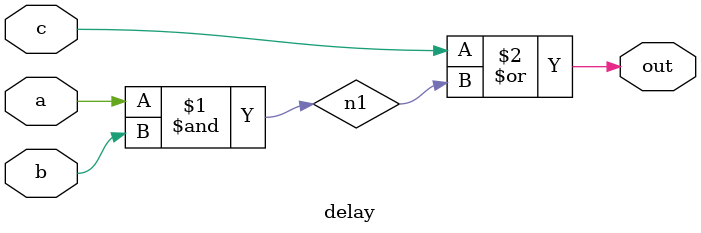
<source format=v>
`timescale 1ns / 1ps


module delay(
out,
a,
b,
c
    );
    output out;
    input a, b, c;
    and a1(n1, a, b);
    or o1(out, c, n1);
        specify
            (a=>out)=2;
            (b=>out)=3;
            (c=>out)=1;
        endspecify
endmodule

</source>
